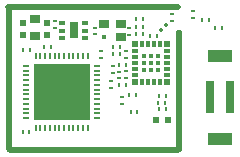
<source format=gtp>
G04 Layer_Color=8421504*
%FSLAX25Y25*%
%MOIN*%
G70*
G01*
G75*
%ADD17R,0.01102X0.01181*%
G04:AMPARAMS|DCode=18|XSize=11.02mil|YSize=11.81mil|CornerRadius=0mil|HoleSize=0mil|Usage=FLASHONLY|Rotation=45.000|XOffset=0mil|YOffset=0mil|HoleType=Round|Shape=Rectangle|*
%AMROTATEDRECTD18*
4,1,4,0.00028,-0.00807,-0.00807,0.00028,-0.00028,0.00807,0.00807,-0.00028,0.00028,-0.00807,0.0*
%
%ADD18ROTATEDRECTD18*%

%ADD19R,0.02165X0.01181*%
%ADD20R,0.02559X0.05315*%
%ADD21R,0.01181X0.01102*%
%ADD22R,0.01181X0.01181*%
%ADD23R,0.03543X0.03150*%
%ADD24O,0.02559X0.00787*%
%ADD25O,0.00787X0.02559*%
%ADD26R,0.18504X0.18504*%
%ADD27R,0.02165X0.02165*%
%ADD28R,0.01181X0.02165*%
%ADD30R,0.02362X0.02362*%
%ADD31R,0.03543X0.02756*%
%ADD32R,0.02362X0.02362*%
%ADD33R,0.01969X0.02362*%
%ADD34O,0.58500X0.02000*%
%ADD35O,0.58000X0.02000*%
%ADD36O,0.02000X0.41000*%
%ADD37O,0.01800X0.49500*%
%ADD38R,0.07874X0.03937*%
%ADD39R,0.03150X0.11024*%
%ADD56R,0.01700X0.01700*%
D17*
X66558Y45400D02*
D03*
X68842D02*
D03*
X39242Y36450D02*
D03*
X36958D02*
D03*
X54142Y17900D02*
D03*
X51858D02*
D03*
X52258Y20200D02*
D03*
X54542D02*
D03*
X44942Y14700D02*
D03*
X42658D02*
D03*
X41122Y30530D02*
D03*
X38838D02*
D03*
X54542Y15700D02*
D03*
X52258D02*
D03*
X41102Y23910D02*
D03*
X38818D02*
D03*
X44442Y20600D02*
D03*
X42158D02*
D03*
X46722Y45740D02*
D03*
X44438D02*
D03*
X8942Y8180D02*
D03*
X6658D02*
D03*
X39242Y34050D02*
D03*
X36958D02*
D03*
X44458Y43250D02*
D03*
X46742D02*
D03*
X44458Y40950D02*
D03*
X46742D02*
D03*
X6758Y35450D02*
D03*
X9042D02*
D03*
X13958Y36650D02*
D03*
X16242D02*
D03*
X49258Y40300D02*
D03*
X51542D02*
D03*
X73142Y42900D02*
D03*
X70858D02*
D03*
D18*
X52793Y42093D02*
D03*
X54407Y43707D02*
D03*
D19*
X27639Y41950D02*
D03*
Y39397D02*
D03*
Y44509D02*
D03*
X19961D02*
D03*
Y41950D02*
D03*
Y39397D02*
D03*
X54930Y27253D02*
D03*
Y29221D02*
D03*
Y31190D02*
D03*
Y33158D02*
D03*
Y35127D02*
D03*
X44103D02*
D03*
Y33158D02*
D03*
Y31190D02*
D03*
Y29221D02*
D03*
Y27253D02*
D03*
D20*
X23800Y42350D02*
D03*
D21*
X17600Y43008D02*
D03*
Y45292D02*
D03*
X42300Y40608D02*
D03*
Y42892D02*
D03*
X39900Y19942D02*
D03*
Y17658D02*
D03*
X36000Y25092D02*
D03*
Y22808D02*
D03*
X36700Y27808D02*
D03*
Y30092D02*
D03*
X32850Y32748D02*
D03*
Y35032D02*
D03*
X41300Y33008D02*
D03*
Y35292D02*
D03*
X38880Y28352D02*
D03*
Y26068D02*
D03*
X40990Y28362D02*
D03*
Y26078D02*
D03*
X30700Y40708D02*
D03*
Y42992D02*
D03*
X56500Y47442D02*
D03*
Y45158D02*
D03*
X63500Y48542D02*
D03*
Y46258D02*
D03*
D22*
X33646Y39686D02*
D03*
D23*
X39354D02*
D03*
Y44214D02*
D03*
X33646D02*
D03*
D24*
X7771Y30173D02*
D03*
Y28598D02*
D03*
Y27023D02*
D03*
Y25448D02*
D03*
Y23874D02*
D03*
Y22299D02*
D03*
Y20724D02*
D03*
Y19149D02*
D03*
Y17574D02*
D03*
Y16000D02*
D03*
Y14425D02*
D03*
Y12850D02*
D03*
X31590D02*
D03*
Y14425D02*
D03*
Y16000D02*
D03*
Y17574D02*
D03*
Y19149D02*
D03*
Y20724D02*
D03*
Y22299D02*
D03*
Y23874D02*
D03*
Y25448D02*
D03*
Y27023D02*
D03*
Y28598D02*
D03*
Y30173D02*
D03*
D25*
X11019Y9602D02*
D03*
X12594D02*
D03*
X14169D02*
D03*
X15743D02*
D03*
X17318D02*
D03*
X18893D02*
D03*
X20468D02*
D03*
X22043D02*
D03*
X23618D02*
D03*
X25192D02*
D03*
X26767D02*
D03*
X28342D02*
D03*
Y33421D02*
D03*
X26767D02*
D03*
X25192D02*
D03*
X23618D02*
D03*
X22043D02*
D03*
X20468D02*
D03*
X18893D02*
D03*
X17318D02*
D03*
X15743D02*
D03*
X14169D02*
D03*
X12594D02*
D03*
X11019D02*
D03*
D26*
X19681Y21511D02*
D03*
D27*
X54930Y24792D02*
D03*
Y37588D02*
D03*
X44103D02*
D03*
Y24792D02*
D03*
D28*
X52469Y37588D02*
D03*
X50501D02*
D03*
X48532D02*
D03*
X46564D02*
D03*
Y24792D02*
D03*
X48532D02*
D03*
X50501D02*
D03*
X52469D02*
D03*
D30*
X55068Y12300D02*
D03*
X51131D02*
D03*
D31*
X10700Y40097D02*
D03*
Y46003D02*
D03*
D32*
X14800Y44618D02*
D03*
Y40681D02*
D03*
D33*
X6800Y40481D02*
D03*
Y44418D02*
D03*
D34*
X30300Y49900D02*
D03*
D35*
X30500Y2100D02*
D03*
D36*
X58800Y21700D02*
D03*
D37*
X2000Y26050D02*
D03*
D38*
X72500Y33500D02*
D03*
Y5941D02*
D03*
D39*
X69291Y19721D02*
D03*
X75709D02*
D03*
D56*
X51767Y33540D02*
D03*
X49567D02*
D03*
X47267D02*
D03*
Y31140D02*
D03*
X51767D02*
D03*
X49567Y28940D02*
D03*
X47267D02*
D03*
X49567Y31140D02*
D03*
X51767Y28940D02*
D03*
M02*

</source>
